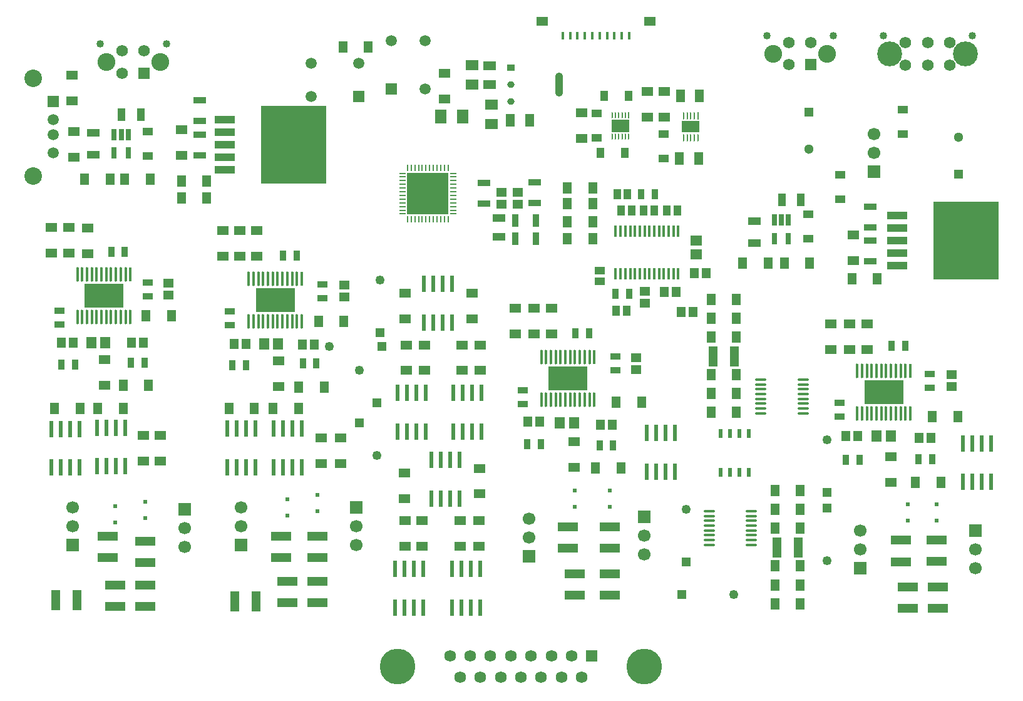
<source format=gbr>
%TF.GenerationSoftware,Altium Limited,Altium Designer,25.3.3 (18)*%
G04 Layer_Color=255*
%FSLAX45Y45*%
%MOMM*%
%TF.SameCoordinates,7852E7E1-4E30-4CDD-8EF1-640B4E54786C*%
%TF.FilePolarity,Positive*%
%TF.FileFunction,Pads,Top*%
%TF.Part,Single*%
G01*
G75*
%TA.AperFunction,SMDPad,CuDef*%
%ADD10R,1.50000X1.25000*%
G04:AMPARAMS|DCode=11|XSize=1.95543mm|YSize=0.42077mm|CornerRadius=0.21038mm|HoleSize=0mm|Usage=FLASHONLY|Rotation=270.000|XOffset=0mm|YOffset=0mm|HoleType=Round|Shape=RoundedRectangle|*
%AMROUNDEDRECTD11*
21,1,1.95543,0.00000,0,0,270.0*
21,1,1.53467,0.42077,0,0,270.0*
1,1,0.42077,0.00000,-0.76733*
1,1,0.42077,0.00000,0.76733*
1,1,0.42077,0.00000,0.76733*
1,1,0.42077,0.00000,-0.76733*
%
%ADD11ROUNDEDRECTD11*%
%ADD12R,5.26000X3.20000*%
%ADD13R,0.42077X1.95543*%
%ADD14R,1.65000X1.30000*%
%ADD15R,0.30000X1.00000*%
%ADD16R,1.80000X1.00000*%
%ADD17R,1.20490X2.70620*%
%ADD18R,0.60000X2.20000*%
%ADD19R,1.80000X1.40000*%
G04:AMPARAMS|DCode=20|XSize=1.57mm|YSize=0.41mm|CornerRadius=0.05125mm|HoleSize=0mm|Usage=FLASHONLY|Rotation=270.000|XOffset=0mm|YOffset=0mm|HoleType=Round|Shape=RoundedRectangle|*
%AMROUNDEDRECTD20*
21,1,1.57000,0.30750,0,0,270.0*
21,1,1.46750,0.41000,0,0,270.0*
1,1,0.10250,-0.15375,-0.73375*
1,1,0.10250,-0.15375,0.73375*
1,1,0.10250,0.15375,0.73375*
1,1,0.10250,0.15375,-0.73375*
%
%ADD20ROUNDEDRECTD20*%
%ADD21R,1.10000X1.35000*%
%ADD22R,5.60000X5.60000*%
%ADD23O,0.25000X0.90000*%
%ADD24O,0.90000X0.25000*%
%ADD25R,1.35000X1.10000*%
%ADD26R,0.65000X1.60000*%
%ADD27R,1.10000X1.70000*%
%ADD28R,1.25000X1.50000*%
%ADD29R,0.95000X1.40000*%
%ADD30O,1.55000X0.35000*%
G04:AMPARAMS|DCode=31|XSize=1.00429mm|YSize=3.18213mm|CornerRadius=0.43687mm|HoleSize=0mm|Usage=FLASHONLY|Rotation=0.000|XOffset=0mm|YOffset=0mm|HoleType=Round|Shape=RoundedRectangle|*
%AMROUNDEDRECTD31*
21,1,1.00429,2.30840,0,0,0.0*
21,1,0.13056,3.18213,0,0,0.0*
1,1,0.87373,0.06528,-1.15420*
1,1,0.87373,-0.06528,-1.15420*
1,1,0.87373,-0.06528,1.15420*
1,1,0.87373,0.06528,1.15420*
%
%ADD31ROUNDEDRECTD31*%
G04:AMPARAMS|DCode=32|XSize=1.00429mm|YSize=0.87213mm|CornerRadius=0.43606mm|HoleSize=0mm|Usage=FLASHONLY|Rotation=0.000|XOffset=0mm|YOffset=0mm|HoleType=Round|Shape=RoundedRectangle|*
%AMROUNDEDRECTD32*
21,1,1.00429,0.00000,0,0,0.0*
21,1,0.13216,0.87213,0,0,0.0*
1,1,0.87213,0.06608,0.00000*
1,1,0.87213,-0.06608,0.00000*
1,1,0.87213,-0.06608,0.00000*
1,1,0.87213,0.06608,0.00000*
%
%ADD32ROUNDEDRECTD32*%
%ADD33R,1.70620X1.15464*%
%ADD34R,1.70000X0.95000*%
%ADD35R,1.40000X1.15000*%
%ADD36R,1.30464X1.45620*%
%ADD37R,1.45620X1.30464*%
G04:AMPARAMS|DCode=38|XSize=0.55mm|YSize=1.25mm|CornerRadius=0.0495mm|HoleSize=0mm|Usage=FLASHONLY|Rotation=0.000|XOffset=0mm|YOffset=0mm|HoleType=Round|Shape=RoundedRectangle|*
%AMROUNDEDRECTD38*
21,1,0.55000,1.15100,0,0,0.0*
21,1,0.45100,1.25000,0,0,0.0*
1,1,0.09900,0.22550,-0.57550*
1,1,0.09900,-0.22550,-0.57550*
1,1,0.09900,-0.22550,0.57550*
1,1,0.09900,0.22550,0.57550*
%
%ADD38ROUNDEDRECTD38*%
%ADD39R,1.35000X1.10000*%
%ADD40R,1.50000X1.40000*%
%ADD41R,1.50550X1.85822*%
G04:AMPARAMS|DCode=42|XSize=0.83107mm|YSize=0.22247mm|CornerRadius=0.11124mm|HoleSize=0mm|Usage=FLASHONLY|Rotation=270.000|XOffset=0mm|YOffset=0mm|HoleType=Round|Shape=RoundedRectangle|*
%AMROUNDEDRECTD42*
21,1,0.83107,0.00000,0,0,270.0*
21,1,0.60859,0.22247,0,0,270.0*
1,1,0.22247,0.00000,-0.30430*
1,1,0.22247,0.00000,0.30430*
1,1,0.22247,0.00000,0.30430*
1,1,0.22247,0.00000,-0.30430*
%
%ADD42ROUNDEDRECTD42*%
%ADD43R,2.48000X1.75000*%
%ADD44R,0.22247X0.83107*%
%ADD45R,0.95000X1.70000*%
%ADD46R,1.10000X1.35000*%
%ADD47R,1.15464X1.70620*%
%ADD48R,0.24247X0.98102*%
G04:AMPARAMS|DCode=49|XSize=0.98102mm|YSize=0.24247mm|CornerRadius=0.12124mm|HoleSize=0mm|Usage=FLASHONLY|Rotation=270.000|XOffset=0mm|YOffset=0mm|HoleType=Round|Shape=RoundedRectangle|*
%AMROUNDEDRECTD49*
21,1,0.98102,0.00000,0,0,270.0*
21,1,0.73855,0.24247,0,0,270.0*
1,1,0.24247,0.00000,-0.36927*
1,1,0.24247,0.00000,0.36927*
1,1,0.24247,0.00000,0.36927*
1,1,0.24247,0.00000,-0.36927*
%
%ADD49ROUNDEDRECTD49*%
%ADD50R,2.48000X1.65000*%
%ADD51R,8.80000X10.60000*%
%ADD52R,2.70000X1.00000*%
%ADD53R,1.40000X0.95000*%
%ADD54R,2.70620X1.20490*%
%ADD55R,1.00429X0.87213*%
%ADD56R,0.60000X0.60000*%
%ADD57R,1.40000X1.50000*%
%TA.AperFunction,ComponentPad*%
%ADD61R,1.25000X1.25000*%
%ADD62C,1.25000*%
%ADD63C,4.82500*%
%ADD64C,1.59140*%
%ADD65R,1.59140X1.59140*%
%ADD66C,2.38000*%
%ADD67C,1.50800*%
%ADD68R,1.50800X1.50800*%
%ADD69C,1.02000*%
%ADD70C,1.57000*%
%ADD71R,1.57000X1.57000*%
%ADD72C,2.41000*%
%ADD73R,1.70000X1.70000*%
%ADD74C,1.70000*%
%ADD75R,1.50000X1.50000*%
%ADD76C,1.50000*%
%ADD77R,1.50000X1.50000*%
%ADD78R,1.25000X1.25000*%
%ADD79C,3.37300*%
%ADD80R,1.70000X1.70000*%
%ADD81R,1.30000X1.30000*%
%ADD82C,1.30000*%
D10*
X4673603Y9898604D02*
D03*
X4673600Y10243600D02*
D03*
X4699000Y9481600D02*
D03*
X4699003Y9136604D02*
D03*
X12687297Y10027696D02*
D03*
X12687300Y9682700D02*
D03*
X12458697Y10027696D02*
D03*
X12458700Y9682700D02*
D03*
X11569697Y9735596D02*
D03*
X11569700Y9390600D02*
D03*
X15239999Y8084600D02*
D03*
X15240002Y7739604D02*
D03*
X6159500Y9507000D02*
D03*
X6159503Y9162004D02*
D03*
X9182097Y7298697D02*
D03*
X9182100Y6953700D02*
D03*
X9715497Y10272597D02*
D03*
X9715500Y9927600D02*
D03*
X7467597Y6382796D02*
D03*
X7467600Y6037800D02*
D03*
X8047153Y4998417D02*
D03*
X8047150Y5343413D02*
D03*
X8302300Y5343417D02*
D03*
X8302303Y4998420D02*
D03*
X7175503Y7803104D02*
D03*
X7175500Y8148100D02*
D03*
X6946903Y7803104D02*
D03*
X6946900Y8148100D02*
D03*
X6718303Y7803104D02*
D03*
X6718300Y8148100D02*
D03*
X10080997Y7298697D02*
D03*
X10081000Y6953701D02*
D03*
X9949723Y6601252D02*
D03*
X9949727Y6256255D02*
D03*
X10192194Y6601251D02*
D03*
X10192197Y6256255D02*
D03*
X9193025Y6601250D02*
D03*
X9193028Y6256254D02*
D03*
X9441904Y6601251D02*
D03*
X9441907Y6256254D02*
D03*
X10186935Y4933303D02*
D03*
X10186938Y4588307D02*
D03*
X9926739Y4223158D02*
D03*
X9926743Y3878161D02*
D03*
X10175808Y4223158D02*
D03*
X10175811Y3878161D02*
D03*
X9174156Y4223158D02*
D03*
X9174159Y3878161D02*
D03*
X9406167Y4223156D02*
D03*
X9406171Y3878160D02*
D03*
X9169397Y4871496D02*
D03*
X9169400Y4526500D02*
D03*
X10668003Y6749004D02*
D03*
X10668000Y7094000D02*
D03*
X11468097Y5290596D02*
D03*
X11468100Y4945600D02*
D03*
X11163303Y6749004D02*
D03*
X11163300Y7094000D02*
D03*
X10922003Y6749004D02*
D03*
X10922000Y7094000D02*
D03*
X15749409Y5089150D02*
D03*
X15749413Y4744154D02*
D03*
X15430070Y6540203D02*
D03*
X15430067Y6885200D02*
D03*
X15188844Y6540204D02*
D03*
X15188840Y6885200D02*
D03*
X14934750Y6540203D02*
D03*
X14934747Y6885200D02*
D03*
X5638800Y5034500D02*
D03*
X5638797Y5379496D02*
D03*
X5868830Y5379500D02*
D03*
X5868833Y5034504D02*
D03*
X4394200Y8186200D02*
D03*
X4394203Y7841204D02*
D03*
X4635500Y8186200D02*
D03*
X4635503Y7841204D02*
D03*
X4889497Y8180897D02*
D03*
X4889500Y7835900D02*
D03*
X5118103Y6055803D02*
D03*
X5118100Y6400800D02*
D03*
D11*
X5332900Y7551938D02*
D03*
X5267900D02*
D03*
X5202900D02*
D03*
X5137900D02*
D03*
X5072900D02*
D03*
X5007900D02*
D03*
X4942900D02*
D03*
X4877900D02*
D03*
X4812900D02*
D03*
X4747900D02*
D03*
Y6976862D02*
D03*
X4812900D02*
D03*
X4877900D02*
D03*
X4942900D02*
D03*
X5007900D02*
D03*
X5072900D02*
D03*
X5137900D02*
D03*
X5202900D02*
D03*
X5267900D02*
D03*
X5332900D02*
D03*
X5397900D02*
D03*
X5462900D02*
D03*
X5397900Y7551938D02*
D03*
X15944501Y6250938D02*
D03*
X7714900Y7496577D02*
D03*
X11671700Y6434338D02*
D03*
X11346700D02*
D03*
X7779900Y6921500D02*
D03*
X7714900D02*
D03*
X7649900D02*
D03*
X7584900D02*
D03*
X7519900D02*
D03*
X7454900D02*
D03*
X7389900D02*
D03*
X7324900D02*
D03*
X7259900D02*
D03*
X7194900D02*
D03*
X7129900D02*
D03*
X7064900D02*
D03*
Y7496577D02*
D03*
X7129900D02*
D03*
X7194900D02*
D03*
X7259900D02*
D03*
X7324900D02*
D03*
X7389900D02*
D03*
X7454900D02*
D03*
X7519900D02*
D03*
X7584900D02*
D03*
X7649900D02*
D03*
X11606700Y6434338D02*
D03*
X11541700D02*
D03*
X11476700D02*
D03*
X11411700D02*
D03*
X11281700D02*
D03*
X11216700D02*
D03*
X11151700D02*
D03*
X11086700D02*
D03*
X11021700D02*
D03*
Y5859262D02*
D03*
X11086700D02*
D03*
X11151700D02*
D03*
X11216700D02*
D03*
X11281700D02*
D03*
X11346700D02*
D03*
X11411700D02*
D03*
X11476700D02*
D03*
X11541700D02*
D03*
X11606700D02*
D03*
X11671700D02*
D03*
X11736700D02*
D03*
X15879500Y6250938D02*
D03*
X15814500D02*
D03*
X15749500D02*
D03*
X15684500D02*
D03*
X15619501D02*
D03*
X15554500D02*
D03*
X15489500D02*
D03*
X15424500D02*
D03*
X15359500D02*
D03*
X15294501D02*
D03*
Y5675861D02*
D03*
X15359500D02*
D03*
X15424500D02*
D03*
X15489500D02*
D03*
X15554500D02*
D03*
X15619501D02*
D03*
X15684500D02*
D03*
X15749500D02*
D03*
X15814500D02*
D03*
X15879500D02*
D03*
X15944501D02*
D03*
X16009500D02*
D03*
D12*
X5105400Y7264400D02*
D03*
X15652000Y5963400D02*
D03*
X11379200Y6146800D02*
D03*
X7422400Y7209038D02*
D03*
D13*
X5462900Y7551938D02*
D03*
X16009500Y6250938D02*
D03*
X7779900Y7496577D02*
D03*
X11736700Y6434338D02*
D03*
D14*
X11032700Y10970900D02*
D03*
X12487700D02*
D03*
D15*
X11610200Y10780900D02*
D03*
X11710200D02*
D03*
X12210200D02*
D03*
X12110200D02*
D03*
X12010200D02*
D03*
X11910200D02*
D03*
X11810200D02*
D03*
X11510200D02*
D03*
X11410200D02*
D03*
X11310200D02*
D03*
D16*
X10452100Y8066500D02*
D03*
Y8316500D02*
D03*
X4965700Y9171800D02*
D03*
Y9471800D02*
D03*
X13906500Y7978000D02*
D03*
Y8278000D02*
D03*
D17*
X14205936Y3866002D02*
D03*
X14496065D02*
D03*
X13632465Y6447011D02*
D03*
X13342336D02*
D03*
X6873388Y3138917D02*
D03*
X7163518D02*
D03*
X4742465Y3149600D02*
D03*
X4452335D02*
D03*
D18*
X5397500Y5479700D02*
D03*
X5270500D02*
D03*
X5143500D02*
D03*
X5016500Y4959700D02*
D03*
X5143500D02*
D03*
X5270500D02*
D03*
X5397500D02*
D03*
X5016500Y5479700D02*
D03*
X9436100Y6904300D02*
D03*
X9563100D02*
D03*
X9690100D02*
D03*
X9817100Y7424300D02*
D03*
X9690100D02*
D03*
X9563100D02*
D03*
X9436100D02*
D03*
X9817100Y6904300D02*
D03*
X9810311Y3573007D02*
D03*
X9937311D02*
D03*
X10064311D02*
D03*
X10191311D02*
D03*
Y3053007D02*
D03*
X10064311D02*
D03*
X9937311D02*
D03*
X9810311D02*
D03*
X16722784Y5271554D02*
D03*
X12446000Y5410200D02*
D03*
X9457408Y5431102D02*
D03*
X10207697D02*
D03*
X9912836Y4526207D02*
D03*
X9421671Y3053007D02*
D03*
X7399453Y5469017D02*
D03*
X6777153D02*
D03*
X4394200Y5467000D02*
D03*
X7780453Y4949017D02*
D03*
X7653453D02*
D03*
X7526453D02*
D03*
X7399453D02*
D03*
X7526453Y5469017D02*
D03*
X7653453D02*
D03*
X7780453D02*
D03*
X7158153Y4949017D02*
D03*
X7031153D02*
D03*
X6904153D02*
D03*
X6777153D02*
D03*
X6904153Y5469017D02*
D03*
X7031153D02*
D03*
X7158153D02*
D03*
X9531836Y5046207D02*
D03*
X9658836D02*
D03*
X9785836D02*
D03*
X9912836D02*
D03*
X9785836Y4526207D02*
D03*
X9658836D02*
D03*
X9531836D02*
D03*
X9076408Y5951102D02*
D03*
X9203408D02*
D03*
X9330408D02*
D03*
X9457408D02*
D03*
X9330408Y5431102D02*
D03*
X9203408D02*
D03*
X9076408D02*
D03*
X9040671Y3573007D02*
D03*
X9167671D02*
D03*
X9294671D02*
D03*
X9421671D02*
D03*
X9294671Y3053007D02*
D03*
X9167671D02*
D03*
X9040671D02*
D03*
X9826697Y5951102D02*
D03*
X9953697D02*
D03*
X10080697D02*
D03*
X10207697D02*
D03*
X10080697Y5431102D02*
D03*
X9953697D02*
D03*
X9826697D02*
D03*
X12827000Y4890200D02*
D03*
X12700000D02*
D03*
X12573000D02*
D03*
X12446000D02*
D03*
X12573000Y5410200D02*
D03*
X12700000D02*
D03*
X12827000D02*
D03*
X17103784Y4751554D02*
D03*
X16976784D02*
D03*
X16849783D02*
D03*
X16722784D02*
D03*
X16849783Y5271554D02*
D03*
X16976784D02*
D03*
X17103784D02*
D03*
X4775200Y4947000D02*
D03*
X4648200D02*
D03*
X4521200D02*
D03*
X4394200D02*
D03*
X4521200Y5467000D02*
D03*
X4648200D02*
D03*
X4775200D02*
D03*
D19*
X10350500Y9845500D02*
D03*
Y9585500D02*
D03*
X10083800Y10118900D02*
D03*
Y10378900D02*
D03*
D20*
X12871899Y7566700D02*
D03*
X12806900D02*
D03*
X12741900D02*
D03*
X12676900D02*
D03*
X12611900D02*
D03*
X12546900D02*
D03*
X12481900D02*
D03*
X12416900D02*
D03*
X12351900D02*
D03*
X12221900D02*
D03*
X12156900D02*
D03*
X12091900D02*
D03*
X12026900D02*
D03*
Y8140700D02*
D03*
X12091900D02*
D03*
X12156900D02*
D03*
X12221900D02*
D03*
X12286900D02*
D03*
X12351900D02*
D03*
X12416900D02*
D03*
X12481900D02*
D03*
X12546900D02*
D03*
X12611900D02*
D03*
X12676900D02*
D03*
X12741900D02*
D03*
X12806900D02*
D03*
X12871899D02*
D03*
X12286900Y7566700D02*
D03*
D21*
X12102800Y8420100D02*
D03*
X12242800D02*
D03*
X12173100Y7061200D02*
D03*
X12033100D02*
D03*
X12407900Y8420100D02*
D03*
X12547900D02*
D03*
X12858900D02*
D03*
X12718900D02*
D03*
X12185800Y8636000D02*
D03*
X12045800D02*
D03*
D22*
X9485700Y8646600D02*
D03*
D23*
X9710700Y8301600D02*
D03*
X9660700D02*
D03*
X9610700D02*
D03*
X9560700D02*
D03*
X9510700D02*
D03*
X9460700D02*
D03*
X9360700D02*
D03*
X9310700D02*
D03*
X9260700D02*
D03*
X9210700D02*
D03*
X9260700Y8991600D02*
D03*
X9310700D02*
D03*
X9360700D02*
D03*
X9410700D02*
D03*
X9460700D02*
D03*
X9510700D02*
D03*
X9560700D02*
D03*
X9610700D02*
D03*
X9660700D02*
D03*
X9710700D02*
D03*
X9760700D02*
D03*
X9410700Y8301600D02*
D03*
X9210700Y8991600D02*
D03*
X9760700Y8301600D02*
D03*
D24*
X9140700Y8421600D02*
D03*
Y8471600D02*
D03*
Y8521600D02*
D03*
Y8571600D02*
D03*
Y8621600D02*
D03*
Y8671600D02*
D03*
Y8721600D02*
D03*
Y8771600D02*
D03*
Y8821600D02*
D03*
Y8871600D02*
D03*
Y8921600D02*
D03*
X9830700D02*
D03*
Y8871600D02*
D03*
Y8821600D02*
D03*
Y8721600D02*
D03*
Y8671600D02*
D03*
Y8621600D02*
D03*
Y8571600D02*
D03*
Y8521600D02*
D03*
Y8471600D02*
D03*
Y8421600D02*
D03*
Y8371600D02*
D03*
Y8771600D02*
D03*
X9140700Y8371600D02*
D03*
D25*
X5702300Y9486800D02*
D03*
Y9156800D02*
D03*
X12674600Y9448700D02*
D03*
Y9118700D02*
D03*
X11772900Y9728100D02*
D03*
Y9398100D02*
D03*
X15062199Y8572600D02*
D03*
Y8902600D02*
D03*
X14630400Y8039100D02*
D03*
Y8369100D02*
D03*
X15913100Y9448900D02*
D03*
Y9778900D02*
D03*
D26*
X5435100Y9194800D02*
D03*
X5245100D02*
D03*
Y9444800D02*
D03*
X5340100D02*
D03*
X5435100D02*
D03*
X14363699Y8039100D02*
D03*
X14173700D02*
D03*
Y8289100D02*
D03*
X14268700D02*
D03*
X14363699D02*
D03*
D27*
X5603700Y9715500D02*
D03*
X5343700D02*
D03*
X14531799Y8559800D02*
D03*
X14271800D02*
D03*
D28*
X5384800Y8839200D02*
D03*
X5729797Y8839203D02*
D03*
X4844000Y8839200D02*
D03*
X5188996Y8839203D02*
D03*
X8336504Y10629897D02*
D03*
X11371800Y8724900D02*
D03*
X11716796Y8724903D02*
D03*
X11716800Y8267700D02*
D03*
X11371804Y8267697D02*
D03*
X11371800Y8039100D02*
D03*
X11716796Y8039103D02*
D03*
X11371800Y8509000D02*
D03*
X11716796Y8509003D02*
D03*
X14087172Y7708903D02*
D03*
X13742175Y7708900D02*
D03*
X14305499D02*
D03*
X14650496Y7708903D02*
D03*
X15564896Y7493003D02*
D03*
X15219901Y7493000D02*
D03*
X6497100Y8585200D02*
D03*
X6152104Y8585197D02*
D03*
X6152100Y8813800D02*
D03*
X6497096Y8813803D02*
D03*
X8681500Y10629900D02*
D03*
X7392053Y5742417D02*
D03*
X7737049Y5742420D02*
D03*
X8084596Y6032503D02*
D03*
X7739600Y6032500D02*
D03*
X8351296Y6921503D02*
D03*
X8006300Y6921500D02*
D03*
X6795153Y5742417D02*
D03*
X7140149Y5742420D02*
D03*
X12377196Y5829303D02*
D03*
X12032200Y5829300D02*
D03*
X12097796Y4940303D02*
D03*
X11752800Y4940300D02*
D03*
X13314900Y6704445D02*
D03*
X13659895Y6704448D02*
D03*
X13314900Y5942200D02*
D03*
X13659895Y5942204D02*
D03*
X13314900Y7219311D02*
D03*
X13659895Y7219314D02*
D03*
X13314900Y6963889D02*
D03*
X13659895Y6963892D02*
D03*
X14523500Y4124666D02*
D03*
X14178503Y4124663D02*
D03*
X14523500Y3617207D02*
D03*
X14178503Y3617203D02*
D03*
X14523500Y3098351D02*
D03*
X14178503Y3098347D02*
D03*
X14523500Y3356754D02*
D03*
X14178503Y3356750D02*
D03*
X14523500Y4377741D02*
D03*
X14178503Y4377738D02*
D03*
X13314900Y6195612D02*
D03*
X13659895Y6195615D02*
D03*
X13314899Y5694332D02*
D03*
X13659895Y5694335D02*
D03*
X14523500Y4630164D02*
D03*
X14178503Y4630161D02*
D03*
X16421397Y4744203D02*
D03*
X16076401Y4744200D02*
D03*
X16649997Y5633203D02*
D03*
X16305000Y5633200D02*
D03*
X4437600Y5740400D02*
D03*
X4782596Y5740403D02*
D03*
X5364700Y6057900D02*
D03*
X5709696Y6057903D02*
D03*
X5022140Y5740400D02*
D03*
X5367136Y5740403D02*
D03*
X6021897Y6997703D02*
D03*
X5676900Y6997700D02*
D03*
D29*
X12208300Y7289800D02*
D03*
X15940045Y6585846D02*
D03*
X7712500Y7810500D02*
D03*
X11668929Y6758592D02*
D03*
X5388400Y7861300D02*
D03*
X12023300Y7289800D02*
D03*
X12554800Y8636000D02*
D03*
X12369800D02*
D03*
X7979200Y6350000D02*
D03*
X7794200D02*
D03*
X7527500Y7810500D02*
D03*
X6841700Y6324600D02*
D03*
X7026700D02*
D03*
X11483929Y6758592D02*
D03*
X11992400Y5245100D02*
D03*
X11807400D02*
D03*
X10829500Y5257800D02*
D03*
X11014500D02*
D03*
X15138509Y5048513D02*
D03*
X15323509D02*
D03*
X16303300Y5056654D02*
D03*
X16118300D02*
D03*
X15755045Y6585846D02*
D03*
X5470100Y6362700D02*
D03*
X5655100D02*
D03*
X4715300Y6337300D02*
D03*
X4530300D02*
D03*
X5203400Y7861300D02*
D03*
D30*
X14562300Y5743000D02*
D03*
X13288800Y4290000D02*
D03*
X14562300Y5678000D02*
D03*
Y5808000D02*
D03*
Y5873000D02*
D03*
Y5938000D02*
D03*
Y6003000D02*
D03*
Y6068000D02*
D03*
Y6133000D02*
D03*
X13987300Y5678000D02*
D03*
Y5743000D02*
D03*
Y5808000D02*
D03*
Y5873000D02*
D03*
Y5938000D02*
D03*
Y6003000D02*
D03*
Y6068000D02*
D03*
Y6133000D02*
D03*
X13863800Y3900000D02*
D03*
Y3965000D02*
D03*
Y4030000D02*
D03*
Y4095000D02*
D03*
Y4160000D02*
D03*
Y4225000D02*
D03*
Y4290000D02*
D03*
Y4355000D02*
D03*
X13288800Y3900000D02*
D03*
Y3965000D02*
D03*
Y4030000D02*
D03*
Y4095000D02*
D03*
Y4160000D02*
D03*
Y4225000D02*
D03*
Y4355000D02*
D03*
D31*
X11264200Y10121900D02*
D03*
D32*
X10605200D02*
D03*
Y9892900D02*
D03*
D33*
X10325100Y10121322D02*
D03*
Y10376478D02*
D03*
D34*
X10248900Y8508700D02*
D03*
Y8788700D02*
D03*
X10934700Y8801400D02*
D03*
Y8521400D02*
D03*
X15468600Y8471200D02*
D03*
Y8191200D02*
D03*
Y7734000D02*
D03*
Y8014000D02*
D03*
X6400800Y9906300D02*
D03*
Y9626300D02*
D03*
Y9442583D02*
D03*
Y9162583D02*
D03*
D35*
X10701800Y8505200D02*
D03*
X10481800D02*
D03*
Y8665200D02*
D03*
X10701800D02*
D03*
D36*
X12682922Y7315200D02*
D03*
X12844078D02*
D03*
X13072678Y7048500D02*
D03*
X12911522D02*
D03*
X13089322Y7569200D02*
D03*
X13250478D02*
D03*
X7954578Y6604000D02*
D03*
X7793422D02*
D03*
X6866322Y6616700D02*
D03*
X7027478D02*
D03*
X11980478Y5524500D02*
D03*
X11819322D02*
D03*
X10841422Y5562600D02*
D03*
X11002578D02*
D03*
X15139622Y5366500D02*
D03*
X15300778D02*
D03*
X16291377Y5341100D02*
D03*
X16130222D02*
D03*
X4690678Y6629400D02*
D03*
X4529522D02*
D03*
X5482022D02*
D03*
X5643178D02*
D03*
D37*
X12420600Y7323956D02*
D03*
Y7162800D02*
D03*
X16566400Y6196378D02*
D03*
X12306300Y6430578D02*
D03*
X8356600Y7408478D02*
D03*
X5981700Y7433878D02*
D03*
X8356600Y7247322D02*
D03*
X12306300Y6269422D02*
D03*
X16566400Y6035222D02*
D03*
X5981700Y7272722D02*
D03*
D38*
X13830299Y5406000D02*
D03*
X13703300D02*
D03*
X13576300D02*
D03*
X13449300D02*
D03*
X13830299Y4881000D02*
D03*
X13703300D02*
D03*
X13576300D02*
D03*
X13449300D02*
D03*
D39*
X11811000Y7461100D02*
D03*
Y7601100D02*
D03*
D40*
X13119099Y8013700D02*
D03*
Y7823700D02*
D03*
D41*
X9956800Y9690100D02*
D03*
X9661528D02*
D03*
D42*
X12067900Y9707153D02*
D03*
X11977900D02*
D03*
Y9419047D02*
D03*
X12022900D02*
D03*
X12067900D02*
D03*
X12112900D02*
D03*
X12157900D02*
D03*
X12202900D02*
D03*
X12022900Y9707153D02*
D03*
X12112900D02*
D03*
X12157900D02*
D03*
D43*
X12090400Y9563100D02*
D03*
D44*
X12202900Y9707153D02*
D03*
D45*
X10667700Y8039100D02*
D03*
X10947700D02*
D03*
Y8280400D02*
D03*
X10667700D02*
D03*
D46*
X11874600Y9969500D02*
D03*
X12204600D02*
D03*
X12153800Y9194800D02*
D03*
X11823800D02*
D03*
D47*
X13157777Y9969500D02*
D03*
X12902621D02*
D03*
X12889922Y9118600D02*
D03*
X13145078D02*
D03*
X10603922Y9639300D02*
D03*
X10859078D02*
D03*
D48*
X13142900Y9696955D02*
D03*
D49*
X13092900D02*
D03*
X13042900D02*
D03*
X12992900D02*
D03*
X12942900D02*
D03*
Y9403845D02*
D03*
X12992900D02*
D03*
X13042900D02*
D03*
X13092900D02*
D03*
X13142900D02*
D03*
D50*
X13042900Y9550400D02*
D03*
D51*
X16764000Y8013700D02*
D03*
X7670800Y9309100D02*
D03*
D52*
X15828999Y7673700D02*
D03*
Y7843700D02*
D03*
Y8013700D02*
D03*
Y8183700D02*
D03*
Y8353700D02*
D03*
X6735800Y9649100D02*
D03*
Y9479100D02*
D03*
Y9309100D02*
D03*
Y9139100D02*
D03*
Y8969100D02*
D03*
D53*
X10769600Y5800300D02*
D03*
Y5985300D02*
D03*
X16274300Y6208300D02*
D03*
X12026900Y6442500D02*
D03*
X8064500Y7420400D02*
D03*
X5702300Y7445800D02*
D03*
X8064500Y7235400D02*
D03*
X6807200Y7052100D02*
D03*
Y6867100D02*
D03*
X12026900Y6257500D02*
D03*
X15055099Y5814600D02*
D03*
Y5629600D02*
D03*
X16274300Y6023300D02*
D03*
X5702300Y7260800D02*
D03*
X4508500Y6879800D02*
D03*
Y7064800D02*
D03*
D54*
X16368394Y3672689D02*
D03*
X11944381Y3855435D02*
D03*
X7988670Y3728839D02*
D03*
X5662560Y3660867D02*
D03*
X7505700Y4018565D02*
D03*
Y3728435D02*
D03*
X7582270Y3113884D02*
D03*
Y3404014D02*
D03*
X7988670D02*
D03*
Y3113884D02*
D03*
Y4018969D02*
D03*
X16381094Y3327819D02*
D03*
Y3037689D02*
D03*
X15974695D02*
D03*
Y3327819D02*
D03*
X15880600Y3962165D02*
D03*
Y3672035D02*
D03*
X16368394Y3962819D02*
D03*
X11474481Y3220435D02*
D03*
Y3510565D02*
D03*
X11944381Y4145565D02*
D03*
Y3510565D02*
D03*
Y3220435D02*
D03*
X11379200Y4145565D02*
D03*
Y3855435D02*
D03*
X5662560Y3950997D02*
D03*
X5256160Y3358165D02*
D03*
Y3068035D02*
D03*
X5156200Y3728435D02*
D03*
Y4018565D02*
D03*
X5662560Y3068035D02*
D03*
Y3358165D02*
D03*
D55*
X10605200Y10350900D02*
D03*
D56*
X7582866Y4292607D02*
D03*
Y4512607D02*
D03*
X7988670Y4570107D02*
D03*
Y4350107D02*
D03*
X15975290Y4446841D02*
D03*
Y4226841D02*
D03*
X16368394D02*
D03*
Y4446841D02*
D03*
X11944381Y4409587D02*
D03*
Y4629587D02*
D03*
X11474481D02*
D03*
Y4409587D02*
D03*
X5256756Y4419687D02*
D03*
Y4199687D02*
D03*
X5662560Y4257187D02*
D03*
Y4477187D02*
D03*
D57*
X7271000Y6616700D02*
D03*
X7461000D02*
D03*
X11271500Y5549900D02*
D03*
X11461500D02*
D03*
X15557001Y5366500D02*
D03*
X15747000D02*
D03*
X5124200Y6629400D02*
D03*
X4934200D02*
D03*
D61*
X8864000Y6578600D02*
D03*
X12916499Y3225800D02*
D03*
D62*
X8154000Y6578600D02*
D03*
X12979401Y4380900D02*
D03*
X8839200Y7480300D02*
D03*
X8801100Y5106000D02*
D03*
X8559800Y6260500D02*
D03*
X13626500Y3225800D02*
D03*
X14884399Y5321300D02*
D03*
Y3683600D02*
D03*
D63*
X9077960Y2255520D02*
D03*
X12410440D02*
D03*
D64*
X9784080Y2397760D02*
D03*
X10058400D02*
D03*
X10332720D02*
D03*
X10607039D02*
D03*
X10881359D02*
D03*
X11155679D02*
D03*
X11429999D02*
D03*
X9921241Y2113280D02*
D03*
X10195561D02*
D03*
X10469881D02*
D03*
X10744200D02*
D03*
X11018520D02*
D03*
X11292840D02*
D03*
X11567160D02*
D03*
D65*
X11704319Y2397760D02*
D03*
D66*
X4148600Y8887800D02*
D03*
Y10201800D02*
D03*
D67*
X4419600Y9194800D02*
D03*
Y9444800D02*
D03*
Y9644800D02*
D03*
D68*
Y9894800D02*
D03*
D69*
X14068500Y10782600D02*
D03*
X14968500D02*
D03*
X5051500Y10668300D02*
D03*
X5951500D02*
D03*
X16844955Y10780100D02*
D03*
X15644955D02*
D03*
D70*
X14368500Y10688600D02*
D03*
X14668500D02*
D03*
X14368500Y10388600D02*
D03*
X5351500Y10574300D02*
D03*
X5651500D02*
D03*
X5351500Y10274300D02*
D03*
X15944955Y10686100D02*
D03*
X16244955D02*
D03*
X16544955D02*
D03*
X15944955Y10386100D02*
D03*
X16244955D02*
D03*
X16544955D02*
D03*
D71*
X14668500Y10388600D02*
D03*
X5651500Y10274300D02*
D03*
D72*
X14883501Y10538600D02*
D03*
X14153500D02*
D03*
X5866500Y10424300D02*
D03*
X5136500D02*
D03*
D73*
X4683658Y3895042D02*
D03*
X15333891Y3584348D02*
D03*
X6959600Y3898900D02*
D03*
X8520670Y4408916D02*
D03*
X10858500Y3746500D02*
D03*
X12410594Y4275094D02*
D03*
X16890509Y4092348D02*
D03*
X6197255Y4381500D02*
D03*
D74*
X4683658Y4149042D02*
D03*
Y4403042D02*
D03*
X15519400Y9194800D02*
D03*
Y9448800D02*
D03*
X15333891Y3838348D02*
D03*
Y4092348D02*
D03*
X16890509Y3584348D02*
D03*
X12410594Y3767094D02*
D03*
X8520670Y3900916D02*
D03*
X6197255Y3873500D02*
D03*
X6959600Y4152900D02*
D03*
Y4406900D02*
D03*
X8520670Y4154916D02*
D03*
X10858500Y4254500D02*
D03*
Y4000500D02*
D03*
X12410594Y4021094D02*
D03*
X16890509Y3838348D02*
D03*
X6197255Y4127500D02*
D03*
D75*
X8995200Y10063600D02*
D03*
D76*
X9445200D02*
D03*
Y10713600D02*
D03*
X8995200D02*
D03*
X8554600Y10410400D02*
D03*
X7904600D02*
D03*
Y9960400D02*
D03*
D77*
X8554600D02*
D03*
D78*
X12979401Y3670900D02*
D03*
X8839200Y6770300D02*
D03*
X8801100Y5816000D02*
D03*
X8559800Y5550500D02*
D03*
X14884399Y4611300D02*
D03*
Y4393600D02*
D03*
D79*
X16759955Y10536100D02*
D03*
X15729955D02*
D03*
D80*
X15519400Y8940800D02*
D03*
D81*
X16662399Y8906700D02*
D03*
X14643100Y9745600D02*
D03*
D82*
X16662399Y9406700D02*
D03*
X14643100Y9245600D02*
D03*
%TF.MD5,c37cd313b3ccc7a93182e9a834a8b285*%
M02*

</source>
